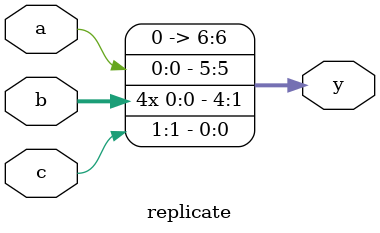
<source format=v>
module replicate(
  input a, 
  input [1:0] b, 
  input [1:0] c,
  output [6:0] y);
  assign y = {a, {4{b[0]}}, c[1]};

endmodule

</source>
